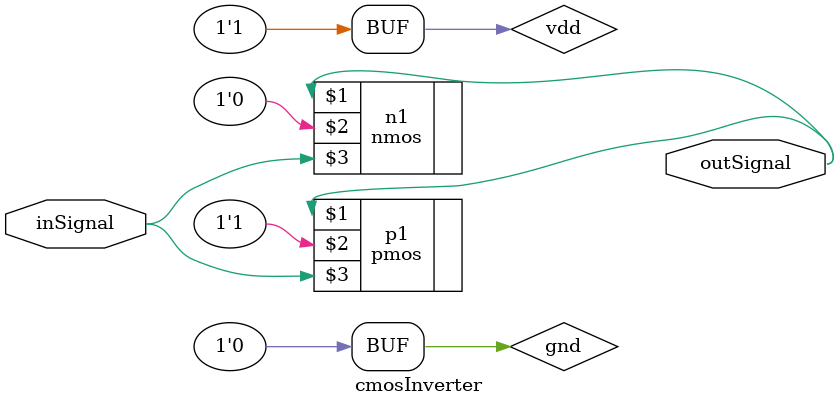
<source format=v>
module cmosInverter(inSignal, outSignal);
	input		inSignal;
	output		outSignal;

	supply1		vdd;
	supply0		gnd;

	pmos p1 (outSignal, vdd, inSignal);
	nmos n1 (outSignal, gnd, inSignal);
endmodule


</source>
